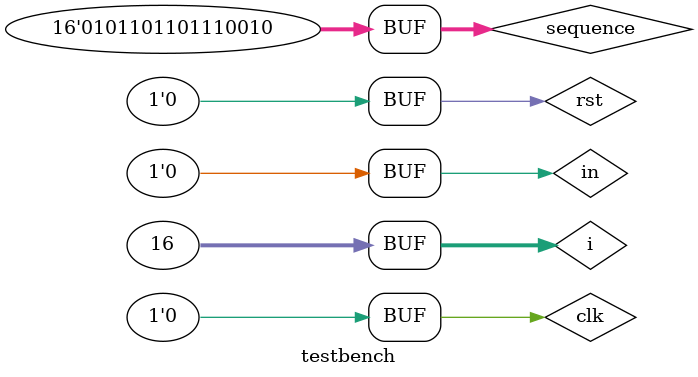
<source format=v>
module fsm(in, reset, clk, q);
	input in, clk, reset;
	output q;
	reg q;
	reg [2:0] state;
	
	initial
	begin
		state = 3'b000;
		q = 1'b0;
	end
	
	always @(posedge clk)
		begin
			if(reset)
				begin
					state = 3'b000;
					q = 1'b0;
				end
			else
				begin
					case(state)
						3'b000:
							begin
								if(in)
									begin
										state  = 3'b001;
										q = 1'b0;
									end
								else
									begin
										state = 3'b000;
										q = 1'b0;
									end
							end
						3'b001:
							begin
								if(in)
									begin
										state  = 3'b010;
										q = 1'b0;
									end
								else
									begin
										state = 3'b000;
										q = 1'b0;
									end
							end
						3'b010:
							begin
								if(in)
									begin
										state  = 3'b011;
										q = 1'b0;
									end
								else
									begin
										state = 3'b000;
										q = 1'b0;
									end
							end
						3'b011:
							begin
								if(in)
									begin
										state  = 3'b100;
										q = 1'b0;
									end
								else
									begin
										state = 3'b010;
										q = 1'b0;
									end
							end
						3'b100:
							begin
								if(in)
									begin
										state  = 3'b001;
										q = 1'b0;
									end
								else
									begin
										state = 3'b010;
										q = 1'b1;
									end
							end
						endcase
					end
				end
endmodule


module testbench;
	reg clk, rst, in;
	wire out;
	
	reg[15:0] sequence;
	integer i;
	
	fsm mod(in, rst, clk, out);
	
	initial
	begin
		#0 clk = 1'b0; rst = 1'b1; sequence = 16'b0101101101110010;
		#5 rst = 1'b0;
		for(i= 0 ; i <= 15; i = i + 1)
		begin
			in = sequence[i];
			#2 clk = 1'b1;
			#2 clk = 1'b0;
			$display("State = ", mod.state, ": Input = ", in, ", Output = ", out);
		end
	end
endmodule

</source>
